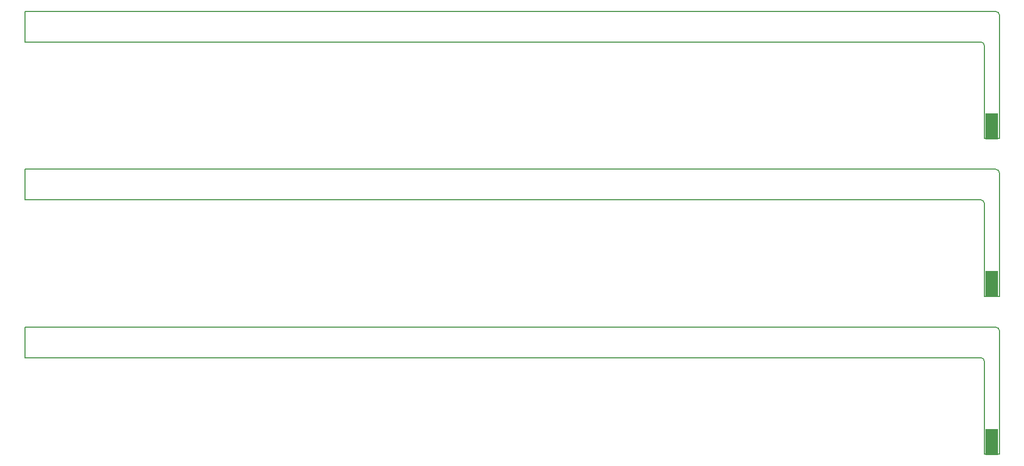
<source format=gbs>
G04*
G04 #@! TF.GenerationSoftware,Altium Limited,Altium Designer,19.0.12 (326)*
G04*
G04 Layer_Color=16711935*
%FSLAX44Y44*%
%MOMM*%
G71*
G01*
G75*
%ADD21C,0.1270*%
%ADD28R,0.5032X4.2032*%
D21*
X1559500Y666000D02*
G03*
X1554500Y671000I-5000J0D01*
G01*
X1584500Y714640D02*
G03*
X1578140Y721000I-6360J0D01*
G01*
X0Y671000D02*
Y721000D01*
Y671000D02*
X1554500D01*
X0Y721000D02*
X1474500D01*
X1559500D01*
Y514000D02*
Y666000D01*
X1554500Y671000D02*
X1554500D01*
X1559500Y721000D02*
X1578140D01*
X1584500Y514000D02*
Y714640D01*
X1559500Y514000D02*
X1584500D01*
X1559500Y409000D02*
G03*
X1554500Y414000I-5000J0D01*
G01*
X1584500Y457640D02*
G03*
X1578140Y464000I-6360J0D01*
G01*
X0Y414000D02*
Y464000D01*
Y414000D02*
X1554500D01*
X0Y464000D02*
X1474500D01*
X1559500D01*
Y257000D02*
Y409000D01*
X1554500Y414000D02*
X1554500D01*
X1559500Y464000D02*
X1578140D01*
X1584500Y257000D02*
Y457640D01*
X1559500Y257000D02*
X1584500D01*
X1559500Y152000D02*
G03*
X1554500Y157000I-5000J0D01*
G01*
X1584500Y200640D02*
G03*
X1578140Y207000I-6360J0D01*
G01*
X0Y157000D02*
Y207000D01*
Y157000D02*
X1554500D01*
X0Y207000D02*
X1474500D01*
X1559500D01*
Y0D02*
Y152000D01*
X1554500Y157000D02*
X1554500D01*
X1559500Y207000D02*
X1578140D01*
X1584500Y0D02*
Y200640D01*
X1559500Y0D02*
X1584500D01*
D28*
X1579500Y533996D02*
D03*
X1569500D02*
D03*
X1564500D02*
D03*
X1574500D02*
D03*
X1579500Y276996D02*
D03*
X1569500D02*
D03*
X1564500D02*
D03*
X1574500D02*
D03*
X1579500Y19996D02*
D03*
X1569500D02*
D03*
X1564500D02*
D03*
X1574500D02*
D03*
M02*

</source>
